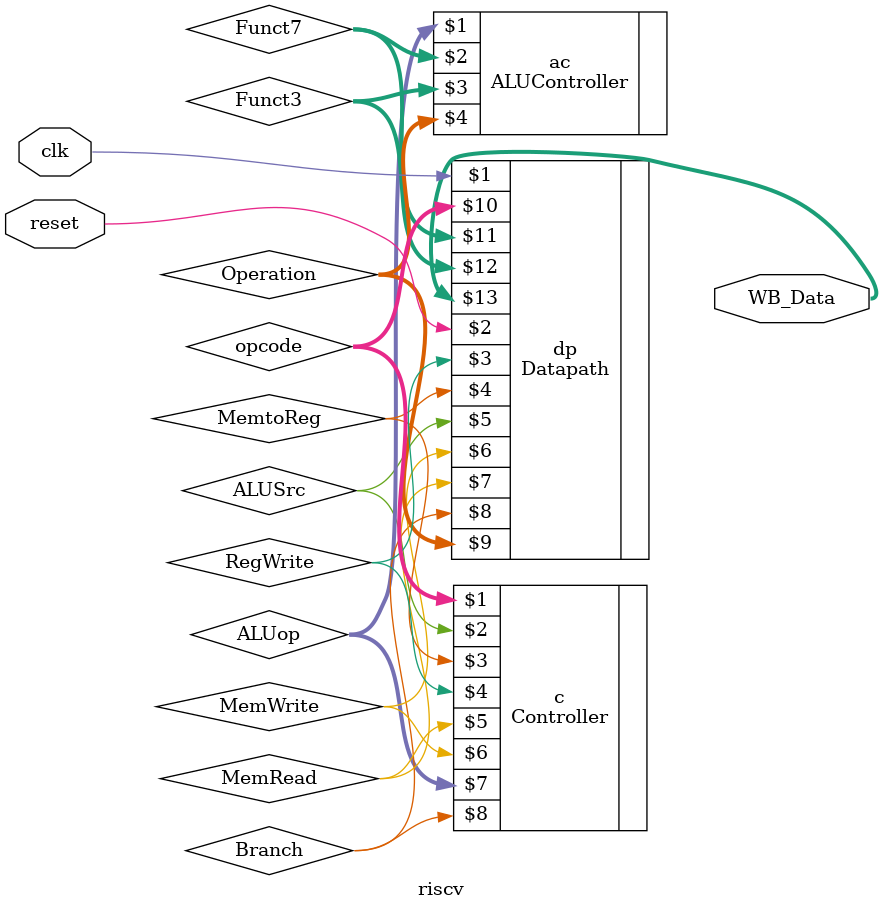
<source format=sv>
`timescale 1ns / 1ps

module riscv #(
    parameter DATA_W = 32)
    (input logic clk, reset, // clock and reset signals
    output logic [31:0] WB_Data// The ALU_Result
    );

logic [6:0] opcode;
logic ALUSrc, MemtoReg, RegWrite, MemRead, MemWrite, Branch;

logic [2:0] ALUop;
logic [6:0] Funct7;
logic [2:0] Funct3;
logic [3:0] Operation;

    Controller c(opcode, ALUSrc, MemtoReg, RegWrite, MemRead, MemWrite, ALUop, Branch );
    
    ALUController ac(ALUop, Funct7, Funct3, Operation);

    Datapath dp(clk, reset, RegWrite , MemtoReg, ALUSrc , MemWrite, MemRead, Branch, Operation, opcode, Funct7, Funct3, WB_Data);
        
endmodule

</source>
